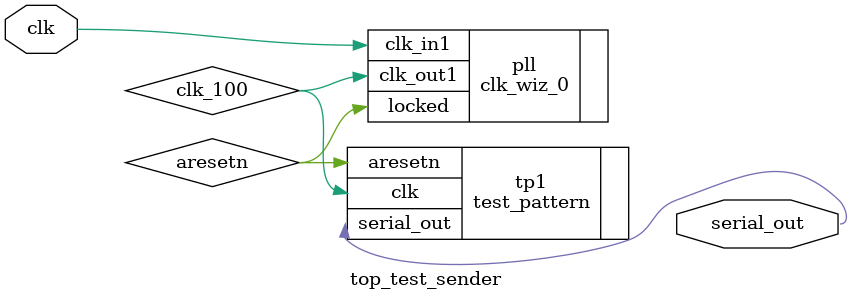
<source format=v>
`timescale 1ns / 1ps


module top_test_sender(
output wire  serial_out,
input wire  clk
    );
    wire clk_100;
    wire aresetn;
    clk_wiz_0 pll ( .clk_in1(clk), .clk_out1(clk_100), .locked(aresetn)

    );
    test_pattern tp1 (
    .clk(clk_100),
    .aresetn(aresetn),
    .serial_out(serial_out)
    );
endmodule

</source>
